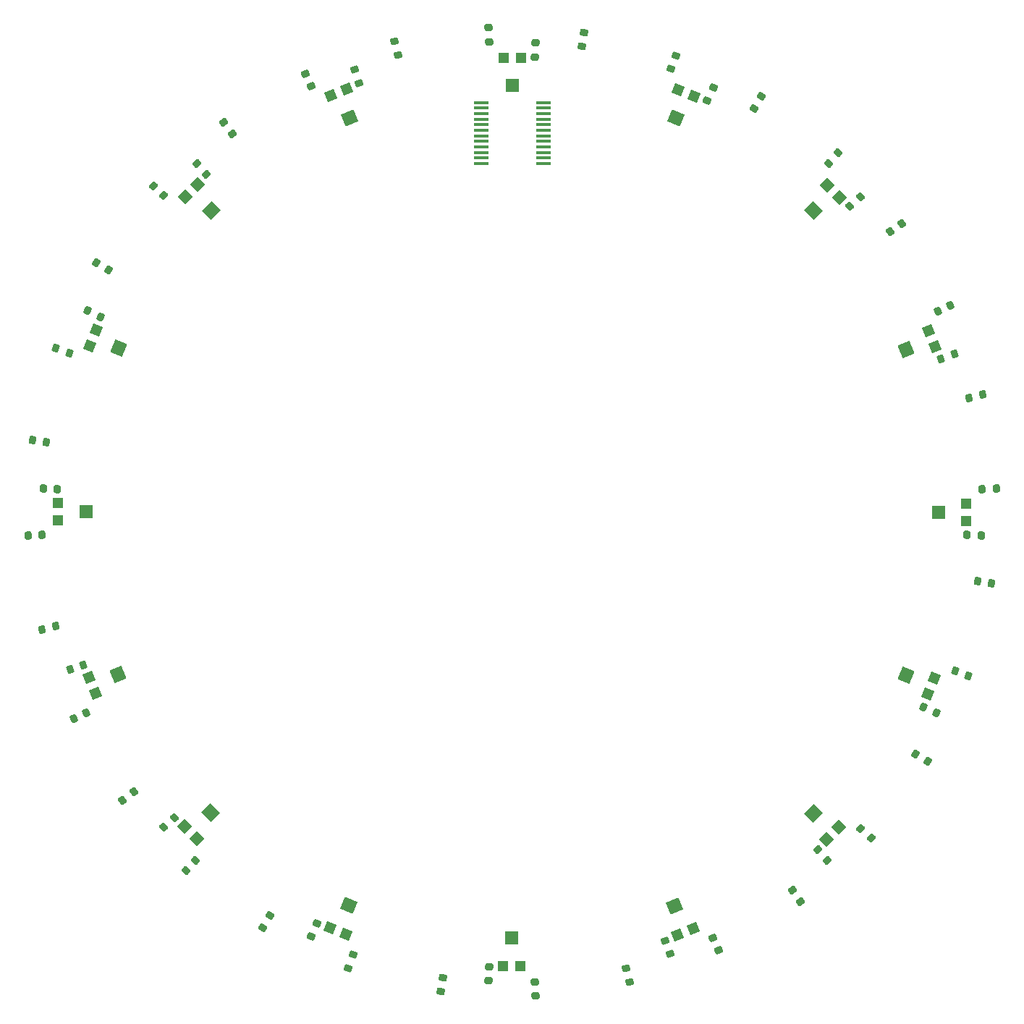
<source format=gbr>
%TF.GenerationSoftware,KiCad,Pcbnew,7.0.9*%
%TF.CreationDate,2024-06-22T14:18:39+09:00*%
%TF.ProjectId,Center_Line,43656e74-6572-45f4-9c69-6e652e6b6963,rev?*%
%TF.SameCoordinates,PX914aa10PY60e6338*%
%TF.FileFunction,Paste,Bot*%
%TF.FilePolarity,Positive*%
%FSLAX46Y46*%
G04 Gerber Fmt 4.6, Leading zero omitted, Abs format (unit mm)*
G04 Created by KiCad (PCBNEW 7.0.9) date 2024-06-22 14:18:39*
%MOMM*%
%LPD*%
G01*
G04 APERTURE LIST*
G04 Aperture macros list*
%AMRoundRect*
0 Rectangle with rounded corners*
0 $1 Rounding radius*
0 $2 $3 $4 $5 $6 $7 $8 $9 X,Y pos of 4 corners*
0 Add a 4 corners polygon primitive as box body*
4,1,4,$2,$3,$4,$5,$6,$7,$8,$9,$2,$3,0*
0 Add four circle primitives for the rounded corners*
1,1,$1+$1,$2,$3*
1,1,$1+$1,$4,$5*
1,1,$1+$1,$6,$7*
1,1,$1+$1,$8,$9*
0 Add four rect primitives between the rounded corners*
20,1,$1+$1,$2,$3,$4,$5,0*
20,1,$1+$1,$4,$5,$6,$7,0*
20,1,$1+$1,$6,$7,$8,$9,0*
20,1,$1+$1,$8,$9,$2,$3,0*%
%AMRotRect*
0 Rectangle, with rotation*
0 The origin of the aperture is its center*
0 $1 length*
0 $2 width*
0 $3 Rotation angle, in degrees counterclockwise*
0 Add horizontal line*
21,1,$1,$2,0,0,$3*%
G04 Aperture macros list end*
%ADD10RotRect,1.200000X1.200000X292.500000*%
%ADD11RotRect,1.500000X1.600000X292.500000*%
%ADD12RoundRect,0.200000X0.186265X0.284482X-0.213253X0.264855X-0.186265X-0.284482X0.213253X-0.264855X0*%
%ADD13RoundRect,0.200000X0.264855X-0.213253X0.284482X0.186265X-0.264855X0.213253X-0.284482X-0.186265X0*%
%ADD14R,1.200000X1.200000*%
%ADD15R,1.500000X1.600000*%
%ADD16RoundRect,0.200000X0.069450X-0.332869X0.338073X-0.036488X-0.069450X0.332869X-0.338073X0.036488X0*%
%ADD17RotRect,1.200000X1.200000X45.000000*%
%ADD18RotRect,1.500000X1.600000X45.000000*%
%ADD19RoundRect,0.200000X0.191547X-0.280954X0.326303X0.095664X-0.191547X0.280954X-0.326303X-0.095664X0*%
%ADD20RotRect,1.200000X1.200000X135.000000*%
%ADD21RotRect,1.500000X1.600000X135.000000*%
%ADD22RoundRect,0.200000X0.133055X-0.312924X0.338696X0.030167X-0.133055X0.312924X-0.338696X-0.030167X0*%
%ADD23RoundRect,0.200000X-0.238186X-0.242677X0.157484X-0.301370X0.238186X0.242677X-0.157484X0.301370X0*%
%ADD24RoundRect,0.200000X-0.334108X0.063220X-0.163086X-0.298376X0.334108X-0.063220X0.163086X0.298376X0*%
%ADD25RoundRect,0.200000X0.280954X0.191547X-0.095664X0.326303X-0.280954X-0.191547X0.095664X-0.326303X0*%
%ADD26RoundRect,0.200000X-0.326303X0.095664X-0.191547X-0.280954X0.326303X-0.095664X0.191547X0.280954X0*%
%ADD27RoundRect,0.200000X0.315355X-0.127187X0.218163X0.260826X-0.315355X0.127187X-0.218163X-0.260826X0*%
%ADD28RotRect,1.200000X1.200000X157.500000*%
%ADD29RotRect,1.500000X1.600000X157.500000*%
%ADD30RoundRect,0.200000X-0.242677X0.238186X-0.301370X-0.157484X0.242677X-0.238186X0.301370X0.157484X0*%
%ADD31RotRect,1.200000X1.200000X202.500000*%
%ADD32RotRect,1.500000X1.600000X202.500000*%
%ADD33RoundRect,0.200000X0.003176X-0.340022X0.324459X-0.101742X-0.003176X0.340022X-0.324459X0.101742X0*%
%ADD34RoundRect,0.200000X-0.284482X0.186265X-0.264855X-0.213253X0.284482X-0.186265X0.264855X0.213253X0*%
%ADD35RoundRect,0.200000X0.242677X-0.238186X0.301370X0.157484X-0.242677X0.238186X-0.301370X-0.157484X0*%
%ADD36RoundRect,0.200000X0.238186X0.242677X-0.157484X0.301370X-0.238186X-0.242677X0.157484X-0.301370X0*%
%ADD37RoundRect,0.200000X0.063220X0.334108X-0.298376X0.163086X-0.063220X-0.334108X0.298376X-0.163086X0*%
%ADD38RoundRect,0.200000X0.334108X-0.063220X0.163086X0.298376X-0.334108X0.063220X-0.163086X-0.298376X0*%
%ADD39RoundRect,0.200000X0.127187X0.315355X-0.260826X0.218163X-0.127187X-0.315355X0.260826X-0.218163X0*%
%ADD40RoundRect,0.200000X0.312924X0.133055X-0.030167X0.338696X-0.312924X-0.133055X0.030167X-0.338696X0*%
%ADD41RoundRect,0.200000X-0.003176X0.340022X-0.324459X0.101742X0.003176X-0.340022X0.324459X-0.101742X0*%
%ADD42RoundRect,0.200000X0.332869X0.069450X0.036488X0.338073X-0.332869X-0.069450X-0.036488X-0.338073X0*%
%ADD43RoundRect,0.200000X-0.315355X0.127187X-0.218163X-0.260826X0.315355X-0.127187X0.218163X0.260826X0*%
%ADD44R,1.600000X1.500000*%
%ADD45RoundRect,0.200000X0.326303X-0.095664X0.191547X0.280954X-0.326303X0.095664X-0.191547X-0.280954X0*%
%ADD46RoundRect,0.200000X-0.133055X0.312924X-0.338696X-0.030167X0.133055X-0.312924X0.338696X0.030167X0*%
%ADD47RoundRect,0.200000X0.163086X-0.298376X0.334108X0.063220X-0.163086X0.298376X-0.334108X-0.063220X0*%
%ADD48RotRect,1.200000X1.200000X225.000000*%
%ADD49RotRect,1.500000X1.600000X225.000000*%
%ADD50RoundRect,0.200000X-0.127187X-0.315355X0.260826X-0.218163X0.127187X0.315355X-0.260826X0.218163X0*%
%ADD51RoundRect,0.200000X0.284482X-0.186265X0.264855X0.213253X-0.284482X0.186265X-0.264855X-0.213253X0*%
%ADD52RotRect,1.200000X1.200000X112.500000*%
%ADD53RotRect,1.500000X1.600000X112.500000*%
%ADD54RoundRect,0.200000X-0.298376X-0.163086X0.063220X-0.334108X0.298376X0.163086X-0.063220X0.334108X0*%
%ADD55RoundRect,0.200000X0.340022X0.003176X0.101742X0.324459X-0.340022X-0.003176X-0.101742X-0.324459X0*%
%ADD56RotRect,1.200000X1.200000X247.500000*%
%ADD57RotRect,1.500000X1.600000X247.500000*%
%ADD58RoundRect,0.200000X0.036488X-0.338073X0.332869X-0.069450X-0.036488X0.338073X-0.332869X0.069450X0*%
%ADD59RoundRect,0.200000X0.095664X0.326303X-0.280954X0.191547X-0.095664X-0.326303X0.280954X-0.191547X0*%
%ADD60RoundRect,0.200000X0.213253X0.264855X-0.186265X0.284482X-0.213253X-0.264855X0.186265X-0.284482X0*%
%ADD61RoundRect,0.200000X-0.069450X0.332869X-0.338073X0.036488X0.069450X-0.332869X0.338073X-0.036488X0*%
%ADD62RoundRect,0.200000X-0.163086X0.298376X-0.334108X-0.063220X0.163086X-0.298376X0.334108X0.063220X0*%
%ADD63RoundRect,0.200000X0.338074X0.036486X0.069453X0.332868X-0.338074X-0.036486X-0.069453X-0.332868X0*%
%ADD64RoundRect,0.200000X-0.312924X-0.133055X0.030167X-0.338696X0.312924X0.133055X-0.030167X0.338696X0*%
%ADD65RoundRect,0.200000X-0.213253X-0.264855X0.186265X-0.284482X0.213253X0.264855X-0.186265X0.284482X0*%
%ADD66RoundRect,0.200000X-0.332869X-0.069450X-0.036488X-0.338073X0.332869X0.069450X0.036488X0.338073X0*%
%ADD67RotRect,1.200000X1.200000X337.500000*%
%ADD68RotRect,1.500000X1.600000X337.500000*%
%ADD69RotRect,1.200000X1.200000X22.500000*%
%ADD70RotRect,1.500000X1.600000X22.500000*%
%ADD71R,1.750000X0.450000*%
%ADD72RotRect,1.200000X1.200000X315.000000*%
%ADD73RotRect,1.500000X1.600000X315.000000*%
%ADD74RoundRect,0.200000X-0.036488X0.338073X-0.332869X0.069450X0.036488X-0.338073X0.332869X-0.069450X0*%
%ADD75RoundRect,0.200000X-0.095664X-0.326303X0.280954X-0.191547X0.095664X0.326303X-0.280954X0.191547X0*%
%ADD76RoundRect,0.200000X0.298376X0.163086X-0.063220X0.334108X-0.298376X-0.163086X0.063220X-0.334108X0*%
%ADD77RoundRect,0.200000X-0.191547X0.280954X-0.326303X-0.095664X0.191547X-0.280954X0.326303X0.095664X0*%
%ADD78RoundRect,0.200000X-0.340022X-0.003176X-0.101742X-0.324459X0.340022X0.003176X0.101742X0.324459X0*%
%ADD79RoundRect,0.200000X-0.264855X0.213253X-0.284482X-0.186265X0.264855X-0.213253X0.284482X0.186265X0*%
%ADD80RoundRect,0.200000X-0.063220X-0.334108X0.298376X-0.163086X0.063220X0.334108X-0.298376X0.163086X0*%
%ADD81RoundRect,0.200000X-0.338073X-0.036488X-0.069450X-0.332869X0.338073X0.036488X0.069450X0.332869X0*%
%ADD82RoundRect,0.200000X-0.280954X-0.191547X0.095664X-0.326303X0.280954X0.191547X-0.095664X0.326303X0*%
%ADD83RotRect,1.200000X1.200000X67.500000*%
%ADD84RotRect,1.500000X1.600000X67.500000*%
%ADD85RoundRect,0.200000X-0.186265X-0.284482X0.213253X-0.264855X0.186265X0.284482X-0.213253X0.264855X0*%
G04 APERTURE END LIST*
D10*
%TO.C,RV16*%
X-21202871Y48707879D03*
D11*
X-19035270Y46087954D03*
D10*
X-19355112Y49473246D03*
%TD*%
D12*
%TO.C,R8*%
X56645380Y2731946D03*
X54997368Y2650984D03*
%TD*%
D13*
%TO.C,R33*%
X2665221Y53216526D03*
X2746183Y54864538D03*
%TD*%
D14*
%TO.C,RV13*%
X-53114200Y-949200D03*
D15*
X-49864200Y50800D03*
D14*
X-53114200Y1050800D03*
%TD*%
D16*
%TO.C,R20*%
X-38122554Y-41986108D03*
X-37014482Y-40763538D03*
%TD*%
D17*
%TO.C,RV11*%
X-36886225Y-38228597D03*
D18*
X-35295235Y-35223393D03*
D17*
X-38300439Y-36814383D03*
%TD*%
D19*
%TO.C,R18*%
X-19153259Y-53378976D03*
X-18597391Y-51825428D03*
%TD*%
D20*
%TO.C,RV7*%
X38228597Y-36886225D03*
D21*
X35223393Y-35295235D03*
D20*
X36814383Y-38300439D03*
%TD*%
D22*
%TO.C,R19*%
X-29198957Y-48616698D03*
X-28350687Y-47201446D03*
%TD*%
D23*
%TO.C,R25*%
X-56089930Y8371512D03*
X-54457788Y8129406D03*
%TD*%
D24*
%TO.C,R30*%
X-24201239Y51288035D03*
X-23495773Y49796453D03*
%TD*%
D25*
%TO.C,R10*%
X53378978Y-19153259D03*
X51825430Y-18597391D03*
%TD*%
D26*
%TO.C,R40*%
X17902739Y-50185596D03*
X18458607Y-51739144D03*
%TD*%
D27*
%TO.C,R15*%
X13730416Y-55023978D03*
X13329498Y-53423426D03*
%TD*%
D28*
%TO.C,RV6*%
X49434366Y-19448978D03*
D29*
X46049074Y-19129136D03*
D28*
X48668999Y-21296737D03*
%TD*%
D30*
%TO.C,R1*%
X8371512Y56089933D03*
X8129406Y54457791D03*
%TD*%
D31*
%TO.C,RV4*%
X48707880Y21202871D03*
D32*
X46087955Y19035270D03*
D31*
X49473247Y19355112D03*
%TD*%
D33*
%TO.C,R21*%
X-45581123Y-33742016D03*
X-44255831Y-32759112D03*
%TD*%
D34*
%TO.C,R32*%
X-2731949Y56645379D03*
X-2650987Y54997367D03*
%TD*%
D35*
%TO.C,R17*%
X-8371514Y-56089929D03*
X-8129408Y-54457787D03*
%TD*%
D14*
%TO.C,RV5*%
X53114200Y949200D03*
D15*
X49864200Y-50800D03*
D14*
X53114200Y-1050800D03*
%TD*%
D36*
%TO.C,R9*%
X56089931Y-8371514D03*
X54457789Y-8129408D03*
%TD*%
D37*
%TO.C,R6*%
X51288037Y24201238D03*
X49796455Y23495772D03*
%TD*%
D38*
%TO.C,R14*%
X24201236Y-51288036D03*
X23495770Y-49796454D03*
%TD*%
D39*
%TO.C,R7*%
X55023979Y13730418D03*
X53423427Y13329500D03*
%TD*%
D40*
%TO.C,R11*%
X48616700Y-29198957D03*
X47201448Y-28350687D03*
%TD*%
D41*
%TO.C,R5*%
X45581124Y33742018D03*
X44255832Y32759114D03*
%TD*%
D42*
%TO.C,R12*%
X41986109Y-38122555D03*
X40763539Y-37014483D03*
%TD*%
D43*
%TO.C,R31*%
X-13730420Y55023978D03*
X-13329502Y53423426D03*
%TD*%
D14*
%TO.C,RV1*%
X-949200Y53114200D03*
D44*
X50800Y49864200D03*
D14*
X1050800Y53114200D03*
%TD*%
D45*
%TO.C,R48*%
X-17902740Y50185595D03*
X-18458608Y51739143D03*
%TD*%
D46*
%TO.C,R3*%
X29198957Y48616702D03*
X28350687Y47201450D03*
%TD*%
D47*
%TO.C,R34*%
X22827426Y48145723D03*
X23532892Y49637305D03*
%TD*%
D48*
%TO.C,RV3*%
X36886225Y38228597D03*
D49*
X35295235Y35223393D03*
D48*
X38300439Y36814383D03*
%TD*%
D50*
%TO.C,R23*%
X-55023977Y-13730418D03*
X-53423425Y-13329500D03*
%TD*%
D51*
%TO.C,R16*%
X2731945Y-56645378D03*
X2650983Y-54997366D03*
%TD*%
D52*
%TO.C,RV8*%
X21202871Y-48707880D03*
D53*
X19035270Y-46087955D03*
D52*
X19355112Y-49473247D03*
%TD*%
D54*
%TO.C,R38*%
X48145723Y-22827427D03*
X49637305Y-23532893D03*
%TD*%
D55*
%TO.C,R13*%
X33742016Y-45581124D03*
X32759112Y-44255832D03*
%TD*%
D56*
%TO.C,RV2*%
X19448978Y49434366D03*
D57*
X19129136Y46049074D03*
D56*
X21296737Y48668999D03*
%TD*%
D58*
%TO.C,R35*%
X39514362Y35745170D03*
X40736932Y36853242D03*
%TD*%
D59*
%TO.C,R44*%
X-50185596Y-17902740D03*
X-51739144Y-18458608D03*
%TD*%
D60*
%TO.C,R45*%
X-53216527Y2665221D03*
X-54864539Y2746183D03*
%TD*%
D61*
%TO.C,R4*%
X38122555Y41986111D03*
X37014483Y40763541D03*
%TD*%
D62*
%TO.C,R42*%
X-22827427Y-48145724D03*
X-23532893Y-49637306D03*
%TD*%
D63*
%TO.C,R47*%
X-35745176Y39514357D03*
X-36853238Y40736937D03*
%TD*%
D64*
%TO.C,R27*%
X-48616700Y29198955D03*
X-47201448Y28350685D03*
%TD*%
D65*
%TO.C,R37*%
X53216526Y-2665222D03*
X54864538Y-2746184D03*
%TD*%
D66*
%TO.C,R28*%
X-41986111Y38122553D03*
X-40763541Y37014481D03*
%TD*%
D67*
%TO.C,RV14*%
X-49434366Y19448978D03*
D68*
X-46049074Y19129136D03*
D67*
X-48668999Y21296737D03*
%TD*%
D14*
%TO.C,RV9*%
X949200Y-53114200D03*
D44*
X-50800Y-49864200D03*
D14*
X-1050800Y-53114200D03*
%TD*%
D69*
%TO.C,RV12*%
X-48707880Y-21202871D03*
D70*
X-46087955Y-19035270D03*
D69*
X-49473247Y-19355112D03*
%TD*%
D71*
%TO.C,U1*%
X3632200Y47910600D03*
X3632200Y47260600D03*
X3632200Y46610600D03*
X3632200Y45960600D03*
X3632200Y45310600D03*
X3632200Y44660600D03*
X3632200Y44010600D03*
X3632200Y43360600D03*
X3632200Y42710600D03*
X3632200Y42060600D03*
X3632200Y41410600D03*
X3632200Y40760600D03*
X-3567800Y40760600D03*
X-3567800Y41410600D03*
X-3567800Y42060600D03*
X-3567800Y42710600D03*
X-3567800Y43360600D03*
X-3567800Y44010600D03*
X-3567800Y44660600D03*
X-3567800Y45310600D03*
X-3567800Y45960600D03*
X-3567800Y46610600D03*
X-3567800Y47260600D03*
X-3567800Y47910600D03*
%TD*%
D72*
%TO.C,RV15*%
X-38228597Y36886225D03*
D73*
X-35223393Y35295235D03*
D72*
X-36814383Y38300439D03*
%TD*%
D74*
%TO.C,R43*%
X-39514363Y-35745171D03*
X-40736933Y-36853243D03*
%TD*%
D75*
%TO.C,R36*%
X50185595Y17902739D03*
X51739143Y18458607D03*
%TD*%
D76*
%TO.C,R46*%
X-48145724Y22827426D03*
X-49637306Y23532892D03*
%TD*%
D77*
%TO.C,R2*%
X19153259Y53378980D03*
X18597391Y51825432D03*
%TD*%
D78*
%TO.C,R29*%
X-33742018Y45581122D03*
X-32759114Y44255830D03*
%TD*%
D79*
%TO.C,R41*%
X-2665222Y-53216527D03*
X-2746184Y-54864539D03*
%TD*%
D80*
%TO.C,R22*%
X-51288035Y-24201237D03*
X-49796453Y-23495771D03*
%TD*%
D81*
%TO.C,R39*%
X35745170Y-39514363D03*
X36853242Y-40736933D03*
%TD*%
D82*
%TO.C,R26*%
X-53378977Y19153257D03*
X-51825429Y18597389D03*
%TD*%
D83*
%TO.C,RV10*%
X-19448978Y-49434366D03*
D84*
X-19129136Y-46049074D03*
D83*
X-21296737Y-48668999D03*
%TD*%
D85*
%TO.C,R24*%
X-56645378Y-2731947D03*
X-54997366Y-2650985D03*
%TD*%
M02*

</source>
